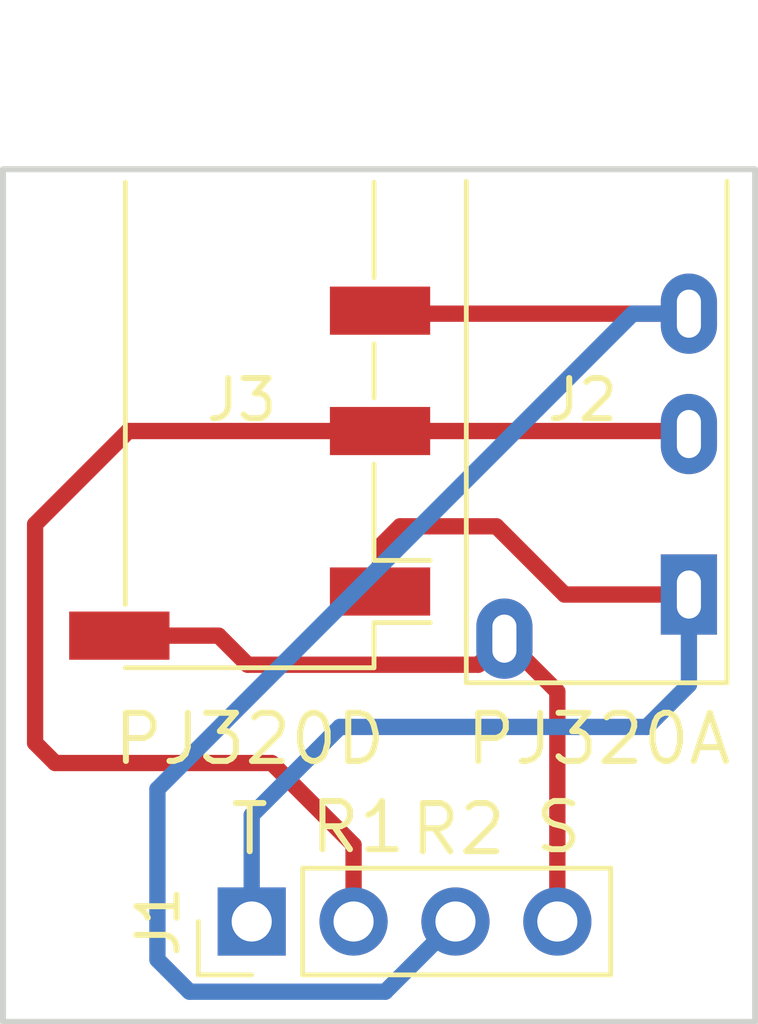
<source format=kicad_pcb>
(kicad_pcb (version 20171130) (host pcbnew "(5.1.2-1)-1")

  (general
    (thickness 1.6)
    (drawings 10)
    (tracks 33)
    (zones 0)
    (modules 3)
    (nets 5)
  )

  (page A4)
  (layers
    (0 F.Cu signal)
    (31 B.Cu signal)
    (32 B.Adhes user hide)
    (33 F.Adhes user hide)
    (34 B.Paste user)
    (35 F.Paste user)
    (36 B.SilkS user)
    (37 F.SilkS user)
    (38 B.Mask user hide)
    (39 F.Mask user hide)
    (40 Dwgs.User user hide)
    (41 Cmts.User user hide)
    (42 Eco1.User user hide)
    (43 Eco2.User user hide)
    (44 Edge.Cuts user)
    (45 Margin user hide)
    (46 B.CrtYd user hide)
    (47 F.CrtYd user hide)
    (48 B.Fab user hide)
    (49 F.Fab user hide)
  )

  (setup
    (last_trace_width 0.4064)
    (user_trace_width 0.2032)
    (user_trace_width 0.254)
    (user_trace_width 0.3048)
    (user_trace_width 0.4064)
    (user_trace_width 0.6096)
    (user_trace_width 1.016)
    (trace_clearance 0.2)
    (zone_clearance 0.381)
    (zone_45_only no)
    (trace_min 0.1524)
    (via_size 0.8)
    (via_drill 0.4)
    (via_min_size 0.658)
    (via_min_drill 0.3)
    (uvia_size 0.3)
    (uvia_drill 0.1)
    (uvias_allowed no)
    (uvia_min_size 0.2)
    (uvia_min_drill 0.1)
    (edge_width 0.15)
    (segment_width 0.2)
    (pcb_text_width 0.3)
    (pcb_text_size 1.5 1.5)
    (mod_edge_width 0.15)
    (mod_text_size 0.8 0.8)
    (mod_text_width 0.15)
    (pad_size 3.200001 3.200001)
    (pad_drill 3.200001)
    (pad_to_mask_clearance 0)
    (aux_axis_origin 0 0)
    (grid_origin 88.011 136.271)
    (visible_elements FFFFFF7F)
    (pcbplotparams
      (layerselection 0x010e0_ffffffff)
      (usegerberextensions false)
      (usegerberattributes false)
      (usegerberadvancedattributes false)
      (creategerberjobfile false)
      (excludeedgelayer true)
      (linewidth 0.152400)
      (plotframeref false)
      (viasonmask false)
      (mode 1)
      (useauxorigin false)
      (hpglpennumber 1)
      (hpglpenspeed 20)
      (hpglpendiameter 15.000000)
      (psnegative false)
      (psa4output false)
      (plotreference true)
      (plotvalue false)
      (plotinvisibletext false)
      (padsonsilk false)
      (subtractmaskfromsilk false)
      (outputformat 1)
      (mirror false)
      (drillshape 0)
      (scaleselection 1)
      (outputdirectory "Output/"))
  )

  (net 0 "")
  (net 1 "Net-(J1-Pad2)")
  (net 2 "Net-(J1-Pad1)")
  (net 3 "Net-(J1-Pad3)")
  (net 4 "Net-(J1-Pad4)")

  (net_class Default "This is the default net class."
    (clearance 0.2)
    (trace_width 0.25)
    (via_dia 0.8)
    (via_drill 0.4)
    (uvia_dia 0.3)
    (uvia_drill 0.1)
    (add_net "Net-(J1-Pad1)")
    (add_net "Net-(J1-Pad2)")
    (add_net "Net-(J1-Pad3)")
    (add_net "Net-(J1-Pad4)")
  )

  (net_class PWR ""
    (clearance 0.254)
    (trace_width 0.508)
    (via_dia 0.8)
    (via_drill 0.4)
    (uvia_dia 0.3)
    (uvia_drill 0.1)
  )

  (net_class Signals ""
    (clearance 0.254)
    (trace_width 0.4064)
    (via_dia 0.8)
    (via_drill 0.4)
    (uvia_dia 0.3)
    (uvia_drill 0.1)
  )

  (module Connector_PinHeader_2.54mm:PinHeader_1x04_P2.54mm_Vertical (layer F.Cu) (tedit 59FED5CC) (tstamp 645C6DAD)
    (at 129.461 107.521 90)
    (descr "Through hole straight pin header, 1x04, 2.54mm pitch, single row")
    (tags "Through hole pin header THT 1x04 2.54mm single row")
    (path /645C8FDE)
    (fp_text reference J1 (at 0 -2.33 90) (layer F.SilkS)
      (effects (font (size 1 1) (thickness 0.15)))
    )
    (fp_text value Conn_01x04 (at 0 9.95 90) (layer F.Fab)
      (effects (font (size 1 1) (thickness 0.15)))
    )
    (fp_line (start -0.635 -1.27) (end 1.27 -1.27) (layer F.Fab) (width 0.1))
    (fp_line (start 1.27 -1.27) (end 1.27 8.89) (layer F.Fab) (width 0.1))
    (fp_line (start 1.27 8.89) (end -1.27 8.89) (layer F.Fab) (width 0.1))
    (fp_line (start -1.27 8.89) (end -1.27 -0.635) (layer F.Fab) (width 0.1))
    (fp_line (start -1.27 -0.635) (end -0.635 -1.27) (layer F.Fab) (width 0.1))
    (fp_line (start -1.33 8.95) (end 1.33 8.95) (layer F.SilkS) (width 0.12))
    (fp_line (start -1.33 1.27) (end -1.33 8.95) (layer F.SilkS) (width 0.12))
    (fp_line (start 1.33 1.27) (end 1.33 8.95) (layer F.SilkS) (width 0.12))
    (fp_line (start -1.33 1.27) (end 1.33 1.27) (layer F.SilkS) (width 0.12))
    (fp_line (start -1.33 0) (end -1.33 -1.33) (layer F.SilkS) (width 0.12))
    (fp_line (start -1.33 -1.33) (end 0 -1.33) (layer F.SilkS) (width 0.12))
    (fp_line (start -1.8 -1.8) (end -1.8 9.4) (layer F.CrtYd) (width 0.05))
    (fp_line (start -1.8 9.4) (end 1.8 9.4) (layer F.CrtYd) (width 0.05))
    (fp_line (start 1.8 9.4) (end 1.8 -1.8) (layer F.CrtYd) (width 0.05))
    (fp_line (start 1.8 -1.8) (end -1.8 -1.8) (layer F.CrtYd) (width 0.05))
    (fp_text user %R (at 0 3.81) (layer F.Fab)
      (effects (font (size 1 1) (thickness 0.15)))
    )
    (pad 1 thru_hole rect (at 0 0 90) (size 1.7 1.7) (drill 1) (layers *.Cu *.Mask)
      (net 2 "Net-(J1-Pad1)"))
    (pad 2 thru_hole oval (at 0 2.54 90) (size 1.7 1.7) (drill 1) (layers *.Cu *.Mask)
      (net 1 "Net-(J1-Pad2)"))
    (pad 3 thru_hole oval (at 0 5.08 90) (size 1.7 1.7) (drill 1) (layers *.Cu *.Mask)
      (net 3 "Net-(J1-Pad3)"))
    (pad 4 thru_hole oval (at 0 7.62 90) (size 1.7 1.7) (drill 1) (layers *.Cu *.Mask)
      (net 4 "Net-(J1-Pad4)"))
    (model ${KISYS3DMOD}/Connector_PinHeader_2.54mm.3dshapes/PinHeader_1x04_P2.54mm_Vertical.wrl
      (at (xyz 0 0 0))
      (scale (xyz 1 1 1))
      (rotate (xyz 0 0 0))
    )
  )

  (module footprints:PJ320A (layer F.Cu) (tedit 63D7F3D4) (tstamp 645C6DC7)
    (at 135.311 99.371)
    (descr "Headphones with microphone connector, 3.5mm, 4 pins (http://www.qingpu-electronics.com/en/products/WQP-PJ320E-177.html)")
    (tags "3.5mm jack mic microphone phones headphones 4pins audio plug")
    (path /645C56D1)
    (fp_text reference J2 (at 2.4 -4.85) (layer F.SilkS)
      (effects (font (size 1 1) (thickness 0.15)))
    )
    (fp_text value PJ320A (at 2.54 5.08) (layer F.Fab)
      (effects (font (size 1 1) (thickness 0.15)))
    )
    (fp_line (start -0.7 -12.5) (end 6.2 -12.5) (layer F.CrtYd) (width 0.05))
    (fp_line (start 6 -10.3) (end 6 2.2) (layer F.SilkS) (width 0.12))
    (fp_line (start 6.2 -12.5) (end 6.2 2.4) (layer F.CrtYd) (width 0.05))
    (fp_line (start -0.7 -12.5) (end -0.7 2.4) (layer F.CrtYd) (width 0.05))
    (fp_line (start -0.7 2.4) (end 6.2 2.4) (layer F.CrtYd) (width 0.05))
    (fp_line (start -0.5 2.2) (end 6 2.2) (layer F.SilkS) (width 0.12))
    (fp_line (start -0.5 -10.3) (end -0.5 2.2) (layer F.SilkS) (width 0.12))
    (fp_line (start 5.8 -10.3) (end 5.8 2) (layer F.Fab) (width 0.1))
    (fp_line (start 5.5 -10.3) (end 5.8 -10.3) (layer F.Fab) (width 0.1))
    (fp_line (start 5.5 -12.3) (end 5.5 -10.3) (layer F.Fab) (width 0.1))
    (fp_line (start -0.05 -12.3) (end 5.5 -12.3) (layer F.Fab) (width 0.1))
    (fp_line (start -0.05 -10.3) (end -0.05 -12.3) (layer F.Fab) (width 0.1))
    (fp_line (start -0.3 -10.3) (end -0.05 -10.3) (layer F.Fab) (width 0.1))
    (fp_line (start -0.3 2) (end -0.3 -10.3) (layer F.Fab) (width 0.1))
    (fp_line (start 5.8 2) (end -0.3 2) (layer F.Fab) (width 0.1))
    (fp_text user %R (at 2.54 -13.97) (layer F.Fab)
      (effects (font (size 1 1) (thickness 0.15)))
    )
    (pad "" np_thru_hole circle (at 2.75 -1.7 270) (size 1.5 1.5) (drill 1.5) (layers *.Cu *.Mask))
    (pad "" np_thru_hole circle (at 2.75 -8.7 270) (size 1.5 1.5) (drill 1.5) (layers *.Cu *.Mask))
    (pad R2 thru_hole oval (at 5.05 -7 270) (size 2 1.4) (drill oval 1.2 0.6) (layers *.Cu *.Mask)
      (net 3 "Net-(J1-Pad3)"))
    (pad R1 thru_hole oval (at 5.05 -4 270) (size 2 1.4) (drill oval 1.2 0.6) (layers *.Cu *.Mask)
      (net 1 "Net-(J1-Pad2)"))
    (pad T thru_hole rect (at 5.05 0 270) (size 2 1.4) (drill oval 1.2 0.6) (layers *.Cu *.Mask)
      (net 2 "Net-(J1-Pad1)"))
    (pad S thru_hole oval (at 0.45 1.1 270) (size 2 1.4) (drill oval 1.2 0.6) (layers *.Cu *.Mask)
      (net 4 "Net-(J1-Pad4)"))
    (model ${KISYS3DMOD}/Connector_Audio.3dshapes/Jack_3.5mm_PJ320E_Horizontal.wrl
      (at (xyz 0 0 0))
      (scale (xyz 1 1 1))
      (rotate (xyz 0 0 0))
    )
  )

  (module footprints:PJ320D (layer F.Cu) (tedit 645C161A) (tstamp 645C6DE7)
    (at 129.411 95.471 270)
    (descr "Headphones with microphone connector, 3.5mm, 4 pins (http://www.qingpu-electronics.com/en/products/WQP-PJ320D-72.html)")
    (tags "3.5mm jack mic microphone phones headphones 4pins audio plug")
    (path /645C5A8C)
    (attr smd)
    (fp_text reference J3 (at -0.95 0.2) (layer F.SilkS)
      (effects (font (size 1 1) (thickness 0.15)))
    )
    (fp_text value PJ320D (at -0.025 6.35 90) (layer F.Fab)
      (effects (font (size 1 1) (thickness 0.15)))
    )
    (fp_circle (center 3.9 -2.35) (end 3.95 -2.1) (layer F.Fab) (width 0.12))
    (fp_line (start -8.73 -5) (end 6.07 -5) (layer F.CrtYd) (width 0.05))
    (fp_line (start -8.73 5) (end 6.07 5) (layer F.CrtYd) (width 0.05))
    (fp_line (start 5.725 3.1) (end 5.725 -3.1) (layer F.SilkS) (width 0.12))
    (fp_line (start -8.73 5) (end -8.73 -5) (layer F.CrtYd) (width 0.05))
    (fp_line (start 6.07 5) (end 6.07 -5) (layer F.CrtYd) (width 0.05))
    (fp_line (start -6.375 -3.1) (end -4 -3.1) (layer F.SilkS) (width 0.12))
    (fp_line (start -2.35 -3.1) (end -1 -3.1) (layer F.SilkS) (width 0.12))
    (fp_line (start 0.65 -3.1) (end 3.05 -3.1) (layer F.SilkS) (width 0.12))
    (fp_line (start 4.6 -3.1) (end 5.725 -3.1) (layer F.SilkS) (width 0.12))
    (fp_line (start 4.15 3.1) (end -6.375 3.1) (layer F.SilkS) (width 0.12))
    (fp_line (start 5.575 -2.9) (end 5.575 2.9) (layer F.Fab) (width 0.1))
    (fp_line (start -6.225 -2.9) (end 5.575 -2.9) (layer F.Fab) (width 0.1))
    (fp_line (start -6.225 -2.3) (end -6.225 -2.9) (layer F.Fab) (width 0.1))
    (fp_line (start -8.225 -2.3) (end -6.225 -2.3) (layer F.Fab) (width 0.1))
    (fp_line (start -8.225 2.3) (end -8.225 -2.3) (layer F.Fab) (width 0.1))
    (fp_line (start -6.225 2.3) (end -8.225 2.3) (layer F.Fab) (width 0.1))
    (fp_line (start -6.225 2.9) (end -6.225 2.3) (layer F.Fab) (width 0.1))
    (fp_line (start 5.575 2.9) (end -6.225 2.9) (layer F.Fab) (width 0.1))
    (fp_line (start 4.6 -3.1) (end 4.6 -4.5) (layer F.SilkS) (width 0.12))
    (fp_line (start 3.05 -3.1) (end 3.05 -4.5) (layer F.SilkS) (width 0.12))
    (fp_text user %R (at -1.195 0 90) (layer F.Fab)
      (effects (font (size 1 1) (thickness 0.15)))
    )
    (pad "" np_thru_hole circle (at 2.225 0 270) (size 1.5 1.5) (drill 1.5) (layers *.Cu *.Mask))
    (pad "" np_thru_hole circle (at -4.775 0 270) (size 1.5 1.5) (drill 1.5) (layers *.Cu *.Mask))
    (pad R2 smd rect (at -3.175 -3.25 270) (size 1.2 2.5) (layers F.Cu F.Paste F.Mask)
      (net 3 "Net-(J1-Pad3)"))
    (pad R1 smd rect (at -0.175 -3.25 270) (size 1.2 2.5) (layers F.Cu F.Paste F.Mask)
      (net 1 "Net-(J1-Pad2)"))
    (pad T smd rect (at 3.825 -3.25 270) (size 1.2 2.5) (layers F.Cu F.Paste F.Mask)
      (net 2 "Net-(J1-Pad1)"))
    (pad S smd rect (at 4.925 3.25 270) (size 1.2 2.5) (layers F.Cu F.Paste F.Mask)
      (net 4 "Net-(J1-Pad4)"))
    (model ${KISYS3DMOD}/Connector_Audio.3dshapes/Jack_3.5mm_PJ320D_Horizontal.wrl
      (at (xyz 0 0 0))
      (scale (xyz 1 1 1))
      (rotate (xyz 0 0 0))
    )
  )

  (gr_line (start 123.261 88.771) (end 123.261 110.021) (layer Edge.Cuts) (width 0.15) (tstamp 645C73D2))
  (gr_line (start 142.011 88.771) (end 123.261 88.771) (layer Edge.Cuts) (width 0.15))
  (gr_line (start 142.011 110.021) (end 142.011 88.771) (layer Edge.Cuts) (width 0.15))
  (gr_line (start 123.261 110.021) (end 142.011 110.021) (layer Edge.Cuts) (width 0.15))
  (gr_text S (at 137.111 105.171) (layer F.SilkS) (tstamp 645C7098)
    (effects (font (size 1.2 1.2) (thickness 0.15)))
  )
  (gr_text "R2\n" (at 134.611 105.221) (layer F.SilkS) (tstamp 645C7094)
    (effects (font (size 1.2 1.2) (thickness 0.15)))
  )
  (gr_text R1 (at 132.111 105.171) (layer F.SilkS) (tstamp 645C7091)
    (effects (font (size 1.2 1.2) (thickness 0.15)))
  )
  (gr_text PJ320D (at 129.411 102.971) (layer F.SilkS) (tstamp 645C6E97)
    (effects (font (size 1.2 1.2) (thickness 0.15)))
  )
  (gr_text T (at 129.411 105.221) (layer F.SilkS) (tstamp 645BDBD0)
    (effects (font (size 1.2 1.2) (thickness 0.15)))
  )
  (gr_text PJ320A (at 138.111 102.971) (layer F.SilkS) (tstamp 62EF2A5F)
    (effects (font (size 1.2 1.2) (thickness 0.15)))
  )

  (segment (start 140.286 95.296) (end 140.361 95.371) (width 0.4064) (layer F.Cu) (net 1))
  (segment (start 132.661 95.296) (end 140.286 95.296) (width 0.4064) (layer F.Cu) (net 1))
  (segment (start 132.661 95.296) (end 126.386 95.296) (width 0.4064) (layer F.Cu) (net 1))
  (segment (start 126.386 95.296) (end 124.061 97.621) (width 0.4064) (layer F.Cu) (net 1))
  (segment (start 124.061 97.621) (end 124.061 103.071) (width 0.4064) (layer F.Cu) (net 1))
  (segment (start 124.061 103.071) (end 124.561 103.571) (width 0.4064) (layer F.Cu) (net 1))
  (segment (start 124.561 103.571) (end 129.961 103.571) (width 0.4064) (layer F.Cu) (net 1))
  (segment (start 132.001 105.611) (end 132.001 107.521) (width 0.4064) (layer F.Cu) (net 1))
  (segment (start 129.961 103.571) (end 132.001 105.611) (width 0.4064) (layer F.Cu) (net 1))
  (segment (start 132.661 99.296) (end 132.661 98.171) (width 0.4064) (layer F.Cu) (net 2))
  (segment (start 132.661 98.171) (end 133.161 97.671) (width 0.4064) (layer F.Cu) (net 2))
  (segment (start 133.161 97.671) (end 135.561 97.671) (width 0.4064) (layer F.Cu) (net 2))
  (segment (start 137.261 99.371) (end 140.361 99.371) (width 0.4064) (layer F.Cu) (net 2))
  (segment (start 135.561 97.671) (end 137.261 99.371) (width 0.4064) (layer F.Cu) (net 2))
  (segment (start 129.461 107.521) (end 129.461 104.871) (width 0.4064) (layer B.Cu) (net 2))
  (segment (start 129.461 104.871) (end 131.661 102.671) (width 0.4064) (layer B.Cu) (net 2))
  (segment (start 131.661 102.671) (end 139.311 102.671) (width 0.4064) (layer B.Cu) (net 2))
  (segment (start 140.361 101.621) (end 140.361 99.371) (width 0.4064) (layer B.Cu) (net 2))
  (segment (start 139.311 102.671) (end 140.361 101.621) (width 0.4064) (layer B.Cu) (net 2))
  (segment (start 132.736 92.371) (end 132.661 92.296) (width 0.4064) (layer F.Cu) (net 3))
  (segment (start 140.361 92.371) (end 132.736 92.371) (width 0.4064) (layer F.Cu) (net 3))
  (segment (start 140.361 92.371) (end 138.961 92.371) (width 0.4064) (layer B.Cu) (net 3))
  (segment (start 138.961 92.371) (end 127.111 104.221) (width 0.4064) (layer B.Cu) (net 3))
  (segment (start 127.111 104.221) (end 127.111 108.471) (width 0.4064) (layer B.Cu) (net 3))
  (segment (start 127.111 108.471) (end 127.911 109.271) (width 0.4064) (layer B.Cu) (net 3))
  (segment (start 132.791 109.271) (end 134.541 107.521) (width 0.4064) (layer B.Cu) (net 3))
  (segment (start 127.911 109.271) (end 132.791 109.271) (width 0.4064) (layer B.Cu) (net 3))
  (segment (start 137.081 101.791) (end 135.761 100.471) (width 0.4064) (layer F.Cu) (net 4))
  (segment (start 137.081 107.521) (end 137.081 101.791) (width 0.4064) (layer F.Cu) (net 4))
  (segment (start 126.161 100.396) (end 128.636 100.396) (width 0.4064) (layer F.Cu) (net 4))
  (segment (start 128.636 100.396) (end 129.361 101.121) (width 0.4064) (layer F.Cu) (net 4))
  (segment (start 135.111 101.121) (end 135.761 100.471) (width 0.4064) (layer F.Cu) (net 4))
  (segment (start 129.361 101.121) (end 135.111 101.121) (width 0.4064) (layer F.Cu) (net 4))

)

</source>
